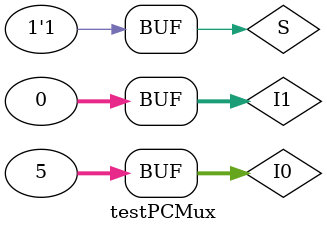
<source format=v>
`timescale 1 ns / 1 ps
`include "pc_multiplexer.v"

module testPCMux();

  reg[31:0] I0;
  reg[31:0] I1;
  reg S;
  wire out;

  pc_multiplexer mux (out, I0, I1, S);

  initial begin

    I0[31:0] = 32'd5; I1[31:0] = 32'd0; S = 1'b0; #1000
    if (out !== 5) $display("0 failed");

    I0[31:0] = 32'd5; I1[31:0] = 32'd0; S = 1'b1; #1000
    if (out !== 0) $display("1 failed");
    end

  endmodule

</source>
